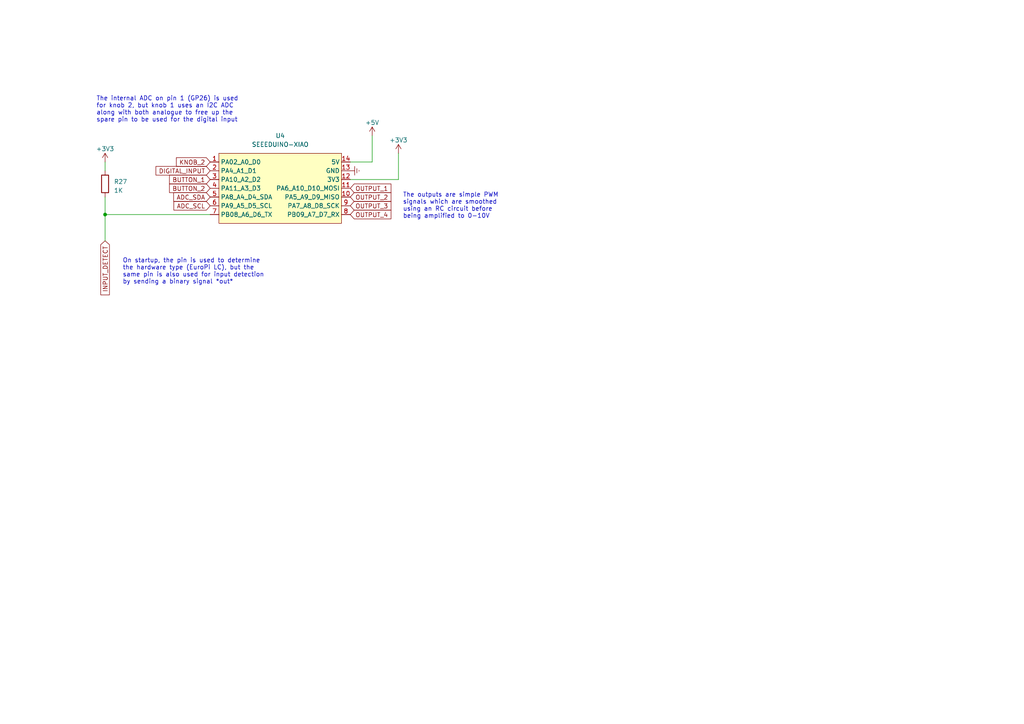
<source format=kicad_sch>
(kicad_sch (version 20230121) (generator eeschema)
  (paper "A4")
  (lib_symbols
    (symbol "Device:R" (pin_numbers hide) (pin_names (offset 0))
      (property "Reference" "R" (at 2.032 0 90))
      (property "Value" "R" (at 0 0 90))
      (symbol "R_0_1"
        (rectangle (start -1.016 -2.54) (end 1.016 2.54) (stroke (width 0.254)))
      )
      (symbol "R_1_1"
        (pin passive line (at 0 3.81 270) (length 1.27) (name "~") (number "1"))
        (pin passive line (at 0 -3.81 90) (length 1.27) (name "~") (number "2"))
      )
    )
    (symbol "MOUDLE-SEEEDUINO-XIAO:MOUDLE-SEEEDUINO-XIAO"
      (property "Reference" "U4" (at 1.27 15.24 0))
      (property "Value" "SEEEDUINO-XIAO" (at 1.27 12.7 0))
      (symbol "MOUDLE-SEEEDUINO-XIAO_1_1"
        (rectangle (start -16.51 10.16) (end 19.05 -10.16) (fill (type background)))
        (pin unspecified line (at -19.05 7.62 0) (length 2.54) (name "PA02_A0_D0") (number "1"))
        (pin unspecified line (at 21.59 -2.54 180) (length 2.54) (name "PA5_A9_D9_MISO") (number "10"))
        (pin unspecified line (at 21.59 0 180) (length 2.54) (name "PA6_A10_D10_MOSI") (number "11"))
        (pin unspecified line (at 21.59 2.54 180) (length 2.54) (name "3V3") (number "12"))
        (pin unspecified line (at 21.59 5.08 180) (length 2.54) (name "GND") (number "13"))
        (pin unspecified line (at 21.59 7.62 180) (length 2.54) (name "5V") (number "14"))
        (pin unspecified line (at -19.05 5.08 0) (length 2.54) (name "PA4_A1_D1") (number "2"))
        (pin unspecified line (at -19.05 2.54 0) (length 2.54) (name "PA10_A2_D2") (number "3"))
        (pin unspecified line (at -19.05 0 0) (length 2.54) (name "PA11_A3_D3") (number "4"))
        (pin unspecified line (at -19.05 -2.54 0) (length 2.54) (name "PA8_A4_D4_SDA") (number "5"))
        (pin unspecified line (at -19.05 -5.08 0) (length 2.54) (name "PA9_A5_D5_SCL") (number "6"))
        (pin unspecified line (at -19.05 -7.62 0) (length 2.54) (name "PB08_A6_D6_TX") (number "7"))
        (pin unspecified line (at 21.59 -7.62 180) (length 2.54) (name "PB09_A7_D7_RX") (number "8"))
        (pin unspecified line (at 21.59 -5.08 180) (length 2.54) (name "PA7_A8_D8_SCK") (number "9"))
      )
    )
    (symbol "power:+3V3" (power) (pin_names (offset 0))
      (property "Value" "+3V3" (at 0 3.556 0))
      (symbol "+3V3_0_1"
        (polyline (pts (xy -0.762 1.27) (xy 0 2.54)))
        (polyline (pts (xy 0 0) (xy 0 2.54)))
        (polyline (pts (xy 0 2.54) (xy 0.762 1.27)))
      )
      (symbol "+3V3_1_1"
        (pin power_in line (at 0 0 90) (length 0) hide (name "+3V3") (number "1"))
      )
    )
    (symbol "power:+5V" (power) (pin_names (offset 0))
      (property "Value" "+5V" (at 0 3.556 0))
      (symbol "+5V_0_1"
        (polyline (pts (xy -0.762 1.27) (xy 0 2.54)))
        (polyline (pts (xy 0 0) (xy 0 2.54)))
        (polyline (pts (xy 0 2.54) (xy 0.762 1.27)))
      )
      (symbol "+5V_1_1"
        (pin power_in line (at 0 0 90) (length 0) hide (name "+5V") (number "1"))
      )
    )
    (symbol "power:Earth" (power) (pin_names (offset 0))
      (symbol "Earth_0_1"
        (polyline (pts (xy -0.635 -1.905) (xy 0.635 -1.905)))
        (polyline (pts (xy -0.127 -2.54) (xy 0.127 -2.54)))
        (polyline (pts (xy 0 -1.27) (xy 0 0)))
        (polyline (pts (xy 1.27 -1.27) (xy -1.27 -1.27)))
      )
      (symbol "Earth_1_1"
        (pin power_in line (at 0 0 270) (length 0) hide (name "Earth") (number "1"))
      )
    )
  )
  (junction (at 30.48 62.23))
  (wire (pts (xy 107.95 46.99) (xy 107.95 39.37)))
  (wire (pts (xy 115.57 44.45) (xy 115.57 52.07)))
  (wire (pts (xy 101.6 52.07) (xy 115.57 52.07)))
  (wire (pts (xy 30.48 57.15) (xy 30.48 62.23)))
  (wire (pts (xy 30.48 46.99) (xy 30.48 49.53)))
  (wire (pts (xy 60.96 62.23) (xy 30.48 62.23)))
  (wire (pts (xy 30.48 62.23) (xy 30.48 69.85)))
  (wire (pts (xy 101.6 46.99) (xy 107.95 46.99)))
  (text "On startup, the pin is used to determine\nthe hardware type (EuroPi LC), but the\nsame pin is also used for input detection\nby sending a binary signal *out*" (at 35.56 82.55 0) (effects (font (size 1.27 1.27)) (justify left bottom)))
  (text "The internal ADC on pin 1 (GP26) is used\nfor knob 2, but knob 1 uses an I2C ADC\nalong with both analogue to free up the\nspare pin to be used for the digital input" (at 27.94 35.56 0) (effects (font (size 1.27 1.27)) (justify left bottom)))
  (text "The outputs are simple PWM\nsignals which are smoothed\nusing an RC circuit before\nbeing amplified to 0-10V" (at 116.84 63.5 0) (effects (font (size 1.27 1.27)) (justify left bottom)))
  (global_label "OUTPUT_3" (shape input) (at 101.6 59.69 0) (property "Intersheetrefs" "${INTERSHEET_REFS}" (effects hide)))
  (global_label "OUTPUT_1" (shape input) (at 101.6 54.61 0) (property "Intersheetrefs" "${INTERSHEET_REFS}" (effects hide)))
  (global_label "INPUT_DETECT" (shape input) (at 30.48 69.85 270) (property "Intersheetrefs" "${INTERSHEET_REFS}" (effects hide)))
  (global_label "OUTPUT_2" (shape input) (at 101.6 57.15 0) (property "Intersheetrefs" "${INTERSHEET_REFS}" (effects hide)))
  (global_label "KNOB_2" (shape input) (at 60.96 46.99 180) (property "Intersheetrefs" "${INTERSHEET_REFS}" (effects hide)))
  (global_label "ADC_SCL" (shape input) (at 60.96 59.69 180) (property "Intersheetrefs" "${INTERSHEET_REFS}" (effects hide)))
  (global_label "BUTTON_1" (shape input) (at 60.96 52.07 180) (property "Intersheetrefs" "${INTERSHEET_REFS}" (effects hide)))
  (global_label "DIGITAL_INPUT" (shape input) (at 60.96 49.53 180) (property "Intersheetrefs" "${INTERSHEET_REFS}" (effects hide)))
  (global_label "ADC_SDA" (shape input) (at 60.96 57.15 180) (property "Intersheetrefs" "${INTERSHEET_REFS}" (effects hide)))
  (global_label "BUTTON_2" (shape input) (at 60.96 54.61 180) (property "Intersheetrefs" "${INTERSHEET_REFS}" (effects hide)))
  (global_label "OUTPUT_4" (shape input) (at 101.6 62.23 0) (property "Intersheetrefs" "${INTERSHEET_REFS}" (effects hide)))
  (symbol (lib_id "power:+3V3") (at 30.48 46.99 0) (unit 1)
    (property "Reference" "#PWR051" (effects hide))
    (property "Value" "+3V3" (at 30.48 43.18 0))
  )
  (symbol (lib_id "power:+3V3") (at 115.57 44.45 0) (unit 1)
    (property "Reference" "#PWR052" (effects hide))
    (property "Value" "+3V3" (at 115.57 40.64 0))
  )
  (symbol (lib_id "power:+5V") (at 107.95 39.37 0) (unit 1)
    (property "Reference" "#PWR039" (effects hide))
    (property "Value" "+5V" (at 107.95 35.56 0))
  )
  (symbol (lib_id "power:Earth") (at 101.6 49.53 90) (unit 1)
    (property "Reference" "#PWR050" (effects hide))
    (property "Value" "Earth" (effects hide))
  )
  (symbol (lib_id "Device:R") (at 30.48 53.34 0) (unit 1)
    (property "Reference" "R27" (at 33.02 52.705 0) (effects (justify left)))
    (property "Value" "1K" (at 33.02 55.245 0) (effects (justify left)))
    (property "Footprint" "Resistor_SMD:R_0402_1005Metric" (effects hide))
    (property "JLC" "C11702" (effects hide))
  )
  (symbol (lib_id "MOUDLE-SEEEDUINO-XIAO:MOUDLE-SEEEDUINO-XIAO") (at 80.01 54.61 0) (unit 1)
    (property "Reference" "U4" (at 81.28 39.37 0))
    (property "Value" "SEEEDUINO-XIAO" (at 81.28 41.91 0))
    (property "Footprint" "XIAO_PCB:MOUDLE14P-2.54-21X17.8MM" (effects hide))
  )
  (sheet (at 309.88 13.97) (size 35.56 20.32) (stroke (width 0.1524))
    (property "Sheetname" "power" (at 309.88 13.2584 0) (effects (justify left bottom)))
    (property "Sheetfile" "power.kicad_sch" (at 309.88 34.8746 0) (effects (justify left top)))
  )
  (sheet (at 309.88 97.79) (size 35.56 17.78) (stroke (width 0.1524))
    (property "Sheetname" "controls" (at 309.88 97.0784 0) (effects (justify left bottom)))
    (property "Sheetfile" "controls.kicad_sch" (at 309.88 116.1546 0) (effects (justify left top)))
  )
  (sheet (at 309.88 69.85) (size 35.56 19.05) (stroke (width 0.1524))
    (property "Sheetname" "inputs" (at 309.88 69.1384 0) (effects (justify left bottom)))
    (property "Sheetfile" "inputs.kicad_sch" (at 309.88 89.4846 0) (effects (justify left top)))
  )
  (sheet (at 309.88 41.91) (size 35.56 20.32) (stroke (width 0.1524))
    (property "Sheetname" "outputs" (at 309.88 41.1984 0) (effects (justify left bottom)))
    (property "Sheetfile" "outputs.kicad_sch" (at 309.88 62.8146 0) (effects (justify left top)))
  )
)
</source>
